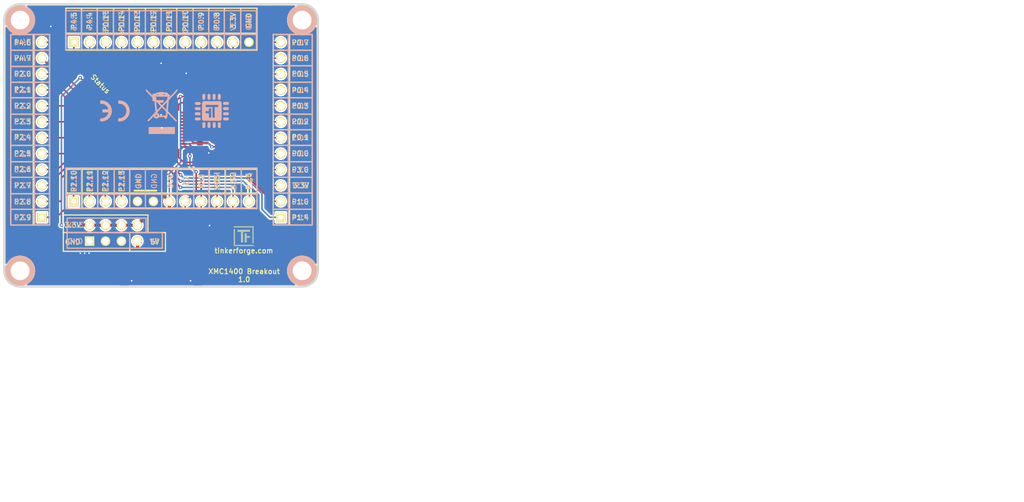
<source format=kicad_pcb>
(kicad_pcb (version 20221018) (generator pcbnew)
  (title_block (title "XMC1400 Breakout Board") (date "2017-02-07") (rev "1.0") (company "Tinkerforge GmbH") (comment 1 "Licensed under CERN OHL v.1.1") (comment 2 "Copyright (©) 2017, B.Nordmeyer <bastian@tinkerforge.com>"))
  (layers (0 "F.Cu" signal "Vorderseite") (31 "B.Cu" signal "Rückseite") (34 "B.Paste" user) (35 "F.Paste" user) (36 "B.SilkS" user "B.Silkscreen") (37 "F.SilkS" user "F.Silkscreen") (38 "B.Mask" user) (39 "F.Mask" user) (44 "Edge.Cuts" user))
  (net 0 "")
  (net 1 "GND")
  (net 2 "VCC")
  (net 3 "Net-(C1-Pad2)")
  (net 4 "Net-(D3-Pad2)")
  (net 5 "S-MISO")
  (net 6 "S-MOSI")
  (net 7 "S-CLK")
  (net 8 "S-CS")
  (net 9 "Net-(C9-Pad1)")
  (net 10 "Pin13")
  (net 11 "Pin14")
  (net 12 "Pin15")
  (net 13 "Pin16")
  (net 14 "Pin21")
  (net 15 "Pin22")
  (net 16 "Pin1")
  (net 17 "Pin12")
  (net 18 "Pin11")
  (net 19 "Pin10")
  (net 20 "Pin9")
  (net 21 "Pin8")
  (net 22 "Pin7")
  (net 23 "Pin6")
  (net 24 "Pin5")
  (net 25 "Pin4")
  (net 26 "Pin3")
  (net 27 "Pin2")
  (net 28 "Pin48")
  (net 29 "Pin39")
  (net 30 "Pin40")
  (net 31 "Pin43")
  (net 32 "Pin44")
  (net 33 "Pin45")
  (net 34 "Pin46")
  (net 35 "Pin47")
  (net 36 "Pin41")
  (net 37 "Pin42")
  (net 38 "Pin29")
  (net 39 "Pin30")
  (net 40 "Pin31")
  (net 41 "Pin32")
  (net 42 "Pin33")
  (net 43 "Pin34")
  (net 44 "Pin35")
  (net 45 "Pin36")
  (net 46 "Pin26")
  (net 47 "Pin28")
  (net 48 "+5V")
  (net 49 "Net-(C7-Pad1)")
  (net 50 "Net-(P1-Pad4)")
  (net 51 "Net-(P1-Pad5)")
  (net 52 "Net-(P1-Pad6)")
  (footprint "kicad-libraries:SolderJumper" (layer "F.Cu") (at 128.932843 85.379289)
    (fp_text reference "P2")
    (fp_text value "BOOT")
  )
  (footprint "kicad-libraries:QFN48-EP2" (layer "F.Cu") (at 145.3 103.1 -90)
    (fp_text reference "U1")
    (fp_text value "XMC1404")
  )
  (footprint "kicad-libraries:CRYSTAL_3225" (layer "F.Cu") (at 147.305 93.3)
    (fp_text reference "X1")
    (fp_text value "16MHz")
  )
  (footprint "kicad-libraries:Logo_31x31" (layer "F.Cu") (at 156.9 118.5)
    (fp_text reference "G***" hide)
    (fp_text value "Logo_31x31" hide)
  )
  (footprint "kicad-libraries:Fiducial_Mark" (layer "F.Cu") (at 128 120)
    (fp_text reference "Fiducial_Mark" hide)
    (fp_text value "VAL**" hide)
  )
  (footprint "kicad-libraries:Fiducial_Mark" (layer "F.Cu") (at 163 86)
    (fp_text reference "Fiducial_Mark" hide)
    (fp_text value "VAL**" hide)
  )
  (footprint "kicad-libraries:Fiducial_Mark" (layer "F.Cu") (at 131 93)
    (fp_text reference "Fiducial_Mark" hide)
    (fp_text value "VAL**" hide)
  )
  (footprint "kicad-libraries:pin_array_12" (layer "F.Cu") (at 145.35 89.13)
    (fp_text reference "P3")
    (fp_text value "CONN_01X12")
  )
  (footprint "kicad-libraries:pin_array_12" (layer "F.Cu") (at 126.3 103.1 90)
    (fp_text reference "P4")
    (fp_text value "CONN_01X12")
  )
  (footprint "kicad-libraries:pin_array_12" (layer "F.Cu") (at 145.35 114.53)
    (fp_text reference "P5")
    (fp_text value "CONN_01X12")
  )
  (footprint "kicad-libraries:pin_array_12" (layer "F.Cu") (at 164.4 103.1 90)
    (fp_text reference "P6")
    (fp_text value "CONN_01X12")
  )
  (footprint "C0603F" (layer "F.Cu") (at 137.5 124.6 -90)
    (fp_text reference "C1")
    (fp_text value "1uF")
  )
  (footprint "C0603F" (layer "F.Cu") (at 133.1 124.6 -90)
    (fp_text reference "C2")
    (fp_text value "1uF")
  )
  (footprint "C0603F" (layer "F.Cu") (at 150.4 97.8)
    (fp_text reference "C3")
    (fp_text value "100nF")
  )
  (footprint "C0603F" (layer "F.Cu") (at 144.6 111.85 180)
    (fp_text reference "C4")
    (fp_text value "100nF")
  )
  (footprint "C0603F" (layer "F.Cu") (at 151.5 105.9 -90)
    (fp_text reference "C5")
    (fp_text value "100nF")
  )
  (footprint "C0603F" (layer "F.Cu") (at 144.6 110.55 180)
    (fp_text reference "C6")
    (fp_text value "220nF")
  )
  (footprint "C0603F" (layer "F.Cu") (at 150.005 93.3 -90)
    (fp_text reference "C8")
    (fp_text value "10pF")
  )
  (footprint "C0603F" (layer "F.Cu") (at 144.605 93.3 90)
    (fp_text reference "C9")
    (fp_text value "10pF")
  )
  (footprint "D0603E" (layer "F.Cu") (at 134.555 96.75 -45)
    (fp_text reference "D3")
    (fp_text value "blue")
  )
  (footprint "C0603F" (layer "F.Cu") (at 135.3 125.4)
    (fp_text reference "FB1")
    (fp_text value "FILTER")
  )
  (footprint "CON-SENSOR2" (layer "F.Cu") (at 145.3 128.1)
    (fp_text reference "P1")
    (fp_text value "CON-SENSOR2")
  )
  (footprint "R0603F" (layer "F.Cu") (at 138.365 98.655 180)
    (fp_text reference "R1")
    (fp_text value "1k")
  )
  (footprint "R0402E" (layer "F.Cu") (at 145.35 95.48)
    (fp_text reference "R9")
    (fp_text value "DNP")
  )
  (footprint "DRILL_NP" (layer "F.Cu") (at 122.8 85.6 -90)
    (fp_text reference "U2" hide)
    (fp_text value "DRILL" hide)
  )
  (footprint "DRILL_NP" (layer "F.Cu") (at 122.8 125.6 90)
    (fp_text reference "U3" hide)
    (fp_text value "DRILL" hide)
  )
  (footprint "DRILL_NP" (layer "F.Cu") (at 167.8 125.6 90)
    (fp_text reference "U4" hide)
    (fp_text value "DRILL" hide)
  )
  (footprint "DRILL_NP" (layer "F.Cu") (at 167.8 85.6)
    (fp_text reference "U5" hide)
    (fp_text value "DRILL" hide)
  )
  (footprint "kicad-libraries:pin_array_4x2" (layer "F.Cu") (at 137.7 119.6)
    (fp_text reference "P7")
    (fp_text value "CONN_02X04" hide)
  )
  (footprint "kicad-libraries:C0402F" (layer "F.Cu") (at 152.9 119.3 90)
    (fp_text reference "C7")
    (fp_text value "220pF")
  )
  (footprint "kicad-libraries:4X0402" (layer "F.Cu") (at 151.2 119.3)
    (fp_text reference "RP1")
    (fp_text value "82")
  )
  (footprint "kicad-libraries:CE_5mm" (layer "B.Cu") (at 137.9 100.1 180)
    (fp_text reference "VAL" hide)
    (fp_text value "CE_5mm" hide)
  )
  (footprint "kicad-libraries:Logo_CoMCU" (layer "B.Cu") (at 153.4 100.1 180)
    (fp_text reference "G***" hide)
    (fp_text value "LOGO" hide)
  )
  (footprint "kicad-libraries:WEEE_7mm" (layer "B.Cu") (at 145.4 100.2 180)
    (fp_text reference "VAL" hide)
    (fp_text value "WEEE_7mm" hide)
  )
  (gr_line (start 152.9 90.3) (end 152.9 84.1) (stroke (width 0.2)) (layer "B.SilkS"))
  (gr_line (start 160.5 90.3) (end 160.5 84.1) (stroke (width 0.2)) (layer "B.SilkS"))
  (gr_line (start 155.4 84.1) (end 155.4 90.3) (stroke (width 0.2)) (layer "B.SilkS"))
  (gr_line (start 160.5 84.1) (end 130.1 84.1) (stroke (width 0.2)) (layer "B.SilkS"))
  (gr_line (start 145.3 90.3) (end 145.3 84.1) (stroke (width 0.2)) (layer "B.SilkS"))
  (gr_line (start 140.2 90.3) (end 140.2 84.1) (stroke (width 0.2)) (layer "B.SilkS"))
  (gr_line (start 150.4 84.2) (end 150.4 90.3) (stroke (width 0.2)) (layer "B.SilkS"))
  (gr_line (start 130.1 84.1) (end 130.1 90.3) (stroke (width 0.2)) (layer "B.SilkS"))
  (gr_line (start 130.1 90.3) (end 160.5 90.3) (stroke (width 0.2)) (layer "B.SilkS"))
  (gr_line (start 132.6 90.3) (end 132.6 84.1) (stroke (width 0.2)) (layer "B.SilkS"))
  (gr_line (start 147.8 90.3) (end 147.8 84.1) (stroke (width 0.2)) (layer "B.SilkS"))
  (gr_line (start 158 90.3) (end 158 84.1) (stroke (width 0.2)) (layer "B.SilkS"))
  (gr_line (start 142.8 90.3) (end 142.8 84.1) (stroke (width 0.2)) (layer "B.SilkS"))
  (gr_line (start 137.7 90.3) (end 137.7 84.1) (stroke (width 0.2)) (layer "B.SilkS"))
  (gr_line (start 135.1 90.3) (end 135.1 84.1) (stroke (width 0.2)) (layer "B.SilkS"))
  (gr_line (start 160.5 87.9) (end 130.1 87.9) (stroke (width 0.2)) (layer "B.SilkS"))
  (gr_line (start 169.4 118.3) (end 169.4 87.9) (stroke (width 0.2)) (layer "B.SilkS"))
  (gr_line (start 163.2 110.7) (end 169.4 110.7) (stroke (width 0.2)) (layer "B.SilkS"))
  (gr_line (start 127.5 105.6) (end 121.3 105.6) (stroke (width 0.2)) (layer "B.SilkS"))
  (gr_line (start 135.2 115.7) (end 135.2 109.2) (stroke (width 0.2)) (layer "B.SilkS"))
  (gr_line (start 142.8 113.4) (end 142.8 115.7) (stroke (width 0.2)) (layer "B.SilkS"))
  (gr_line (start 160.6 113.4) (end 160.6 115.7) (stroke (width 0.2)) (layer "B.SilkS"))
  (gr_line (start 130.3 122) (end 130.3 119.5) (stroke (width 0.2)) (layer "B.SilkS"))
  (gr_line (start 169.4 113.2) (end 163.2 113.2) (stroke (width 0.2)) (layer "B.SilkS"))
  (gr_line (start 163.2 115.8) (end 169.4 115.8) (stroke (width 0.2)) (layer "B.SilkS"))
  (gr_line (start 163.2 103.1) (end 169.4 103.1) (stroke (width 0.2)) (layer "B.SilkS"))
  (gr_line (start 137.8 113.4) (end 137.8 115.7) (stroke (width 0.2)) (layer "B.SilkS"))
  (gr_line (start 158.1 113.4) (end 158.1 115.7) (stroke (width 0.2)) (layer "B.SilkS"))
  (gr_line (start 150.5 113.4) (end 150.5 109.3) (stroke (width 0.2)) (layer "B.SilkS"))
  (gr_line (start 130.3 119.5) (end 130.3 117.2) (stroke (width 0.2)) (layer "B.SilkS"))
  (gr_line (start 169.3 108.2) (end 163.2 108.2) (stroke (width 0.2)) (layer "B.SilkS"))
  (gr_line (start 130.3 122) (end 140.5 122) (stroke (width 0.2)) (layer "B.SilkS"))
  (gr_line (start 163.2 100.6) (end 169.4 100.6) (stroke (width 0.2)) (layer "B.SilkS"))
  (gr_line (start 127.5 115.8) (end 121.3 115.8) (stroke (width 0.2)) (layer "B.SilkS"))
  (gr_line (start 165.6 118.3) (end 165.6 87.9) (stroke (width 0.2)) (layer "B.SilkS"))
  (gr_line (start 127.5 100.6) (end 121.3 100.6) (stroke (width 0.2)) (layer "B.SilkS"))
  (gr_line (start 152.9 113.4) (end 152.9 109.3) (stroke (width 0.2)) (layer "B.SilkS"))
  (gr_line (start 152.9 113.4) (end 152.9 115.7) (stroke (width 0.2)) (layer "B.SilkS"))
  (gr_line (start 132.6 115.7) (end 132.6 109.2) (stroke (width 0.2)) (layer "B.SilkS"))
  (gr_line (start 121.4 98) (end 127.5 98) (stroke (width 0.2)) (layer "B.SilkS"))
  (gr_line (start 130.3 117.2) (end 142.9 117.2) (stroke (width 0.2)) (layer "B.SilkS"))
  (gr_line (start 145.5 119.5) (end 145.5 122) (stroke (width 0.2)) (layer "B.SilkS"))
  (gr_line (start 163.2 118.3) (end 169.4 118.3) (stroke (width 0.2)) (layer "B.SilkS"))
  (gr_line (start 140.3 113.4) (end 140.3 109.2) (stroke (width 0.2)) (layer "B.SilkS"))
  (gr_line (start 130.1 109.2) (end 132.6 109.2) (stroke (width 0.2)) (layer "B.SilkS"))
  (gr_line (start 140.3 113.4) (end 140.3 115.7) (stroke (width 0.2)) (layer "B.SilkS"))
  (gr_line (start 163.2 105.6) (end 169.4 105.6) (stroke (width 0.2)) (layer "B.SilkS"))
  (gr_line (start 147.9 113.4) (end 147.9 109.2) (stroke (width 0.2)) (layer "B.SilkS"))
  (gr_line (start 127.5 110.7) (end 121.3 110.7) (stroke (width 0.2)) (layer "B.SilkS"))
  (gr_line (start 160.6 109.2) (end 160.6 113.4) (stroke (width 0.2)) (layer "B.SilkS"))
  (gr_line (start 127.5 95.5) (end 121.3 95.5) (stroke (width 0.2)) (layer "B.SilkS"))
  (gr_line (start 163.2 98) (end 169.4 98) (stroke (width 0.2)) (layer "B.SilkS"))
  (gr_line (start 127.5 90.4) (end 121.3 90.4) (stroke (width 0.2)) (layer "B.SilkS"))
  (gr_line (start 125.1 87.9) (end 125.1 118.3) (stroke (width 0.2)) (layer "B.SilkS"))
  (gr_line (start 130.1 113.4) (end 130.1 115.6) (stroke (width 0.2)) (layer "B.SilkS"))
  (gr_line (start 155.6 113.4) (end 155.6 115.7) (stroke (width 0.2)) (layer "B.SilkS"))
  (gr_line (start 145.4 113.4) (end 145.4 109.2) (stroke (width 0.2)) (layer "B.SilkS"))
  (gr_line (start 163.2 92.9) (end 169.4 92.9) (stroke (width 0.2)) (layer "B.SilkS"))
  (gr_line (start 132.6 109.2) (end 160.6 109.2) (stroke (width 0.2)) (layer "B.SilkS"))
  (gr_line (start 130.3 119.5) (end 145.5 119.5) (stroke (width 0.2)) (layer "B.SilkS"))
  (gr_line (start 127.5 108.2) (end 121.3 108.2) (stroke (width 0.2)) (layer "B.SilkS"))
  (gr_line (start 147.9 113.4) (end 147.9 115.7) (stroke (width 0.2)) (layer "B.SilkS"))
  (gr_line (start 127.5 87.9) (end 121.3 87.9) (stroke (width 0.2)) (layer "B.SilkS"))
  (gr_line (start 130.1 115.7) (end 160.6 115.7) (stroke (width 0.2)) (layer "B.SilkS"))
  (gr_line (start 163.2 90.4) (end 169.4 90.4) (stroke (width 0.2)) (layer "B.SilkS"))
  (gr_line (start 127.5 118.3) (end 127.5 87.9) (stroke (width 0.2)) (layer "B.SilkS"))
  (gr_line (start 140.5 122) (end 142.6 122) (stroke (width 0.2)) (layer "B.SilkS"))
  (gr_line (start 150.5 113.4) (end 150.5 115.7) (stroke (width 0.2)) (layer "B.SilkS"))
  (gr_line (start 121.3 87.9) (end 121.3 118.3) (stroke (width 0.2)) (layer "B.SilkS"))
  (gr_line (start 145.4 113.4) (end 145.4 115.7) (stroke (width 0.2)) (layer "B.SilkS"))
  (gr_line (start 155.6 113.4) (end 155.6 109.2) (stroke (width 0.2)) (layer "B.SilkS"))
  (gr_line (start 142.8 113.4) (end 142.8 109.2) (stroke (width 0.2)) (layer "B.SilkS"))
  (gr_line (start 142.9 117.2) (end 142.9 119.5) (stroke (width 0.2)) (layer "B.SilkS"))
  (gr_line (start 140.3 119.5) (end 140.3 122) (stroke (width 0.2)) (layer "B.SilkS"))
  (gr_line (start 137.8 113.4) (end 137.8 109.2) (stroke (width 0.2)) (layer "B.SilkS"))
  (gr_line (start 121.3 93) (end 127.5 93) (stroke (width 0.2)) (layer "B.SilkS"))
  (gr_line (start 158.1 113.4) (end 158.1 109.3) (stroke (width 0.2)) (layer "B.SilkS"))
  (gr_line (start 163.2 95.5) (end 169.4 95.5) (stroke (width 0.2)) (layer "B.SilkS"))
  (gr_line (start 130.1 113.4) (end 130.1 109.2) (stroke (width 0.2)) (layer "B.SilkS"))
  (gr_line (start 169.4 87.9) (end 163.2 87.9) (stroke (width 0.2)) (layer "B.SilkS"))
  (gr_line (start 145.5 122) (end 142.6 122) (stroke (width 0.2)) (layer "B.SilkS"))
  (gr_line (start 127.5 103.1) (end 121.3 103.1) (stroke (width 0.2)) (layer "B.SilkS"))
  (gr_line (start 163.2 87.9) (end 163.2 118.3) (stroke (width 0.2)) (layer "B.SilkS"))
  (gr_line (start 160.6 113.4) (end 130.1 113.4) (stroke (width 0.2)) (layer "B.SilkS"))
  (gr_line (start 121.3 118.3) (end 127.5 118.3) (stroke (width 0.2)) (layer "B.SilkS"))
  (gr_line (start 127.5 113.3) (end 121.3 113.3) (stroke (width 0.2)) (layer "B.SilkS"))
  (gr_line (start 127.5 103.1) (end 121.3 103.1) (stroke (width 0.2)) (layer "F.SilkS"))
  (gr_line (start 127.5 108.2) (end 121.3 108.2) (stroke (width 0.2)) (layer "F.SilkS"))
  (gr_line (start 127.5 110.7) (end 121.3 110.7) (stroke (width 0.2)) (layer "F.SilkS"))
  (gr_line (start 127.5 113.3) (end 121.3 113.3) (stroke (width 0.2)) (layer "F.SilkS"))
  (gr_line (start 121.3 93) (end 127.5 93) (stroke (width 0.2)) (layer "F.SilkS"))
  (gr_line (start 127.5 90.4) (end 121.3 90.4) (stroke (width 0.2)) (layer "F.SilkS"))
  (gr_line (start 160.6 83.7) (end 130.2 83.7) (stroke (width 0.2)) (layer "F.SilkS"))
  (gr_line (start 127.5 95.5) (end 121.3 95.5) (stroke (width 0.2)) (layer "F.SilkS"))
  (gr_line (start 121.3 118.3) (end 127.5 118.3) (stroke (width 0.2)) (layer "F.SilkS"))
  (gr_line (start 160.6 113.2) (end 130.2 113.2) (stroke (width 0.2)) (layer "F.SilkS"))
  (gr_line (start 127.5 115.8) (end 121.3 115.8) (stroke (width 0.2)) (layer "F.SilkS"))
  (gr_line (start 127.5 87.9) (end 121.3 87.9) (stroke (width 0.2)) (layer "F.SilkS"))
  (gr_line (start 127.5 105.6) (end 121.3 105.6) (stroke (width 0.2)) (layer "F.SilkS"))
  (gr_line (start 130.2 90.4) (end 160.6 90.4) (stroke (width 0.2)) (layer "F.SilkS"))
  (gr_line (start 127.5 100.6) (end 121.3 100.6) (stroke (width 0.2)) (layer "F.SilkS"))
  (gr_line (start 121.4 98) (end 127.5 98) (stroke (width 0.2)) (layer "F.SilkS"))
  (gr_line (start 160.6 90.4) (end 160.6 83.7) (stroke (width 0.2)) (layer "F.SilkS"))
  (gr_line (start 137.7 83.7) (end 137.7 90.4) (stroke (width 0.2)) (layer "F.SilkS"))
  (gr_line (start 155.4 83.7) (end 155.4 90.4) (stroke (width 0.2)) (layer "F.SilkS"))
  (gr_line (start 160.6 115.6) (end 160.6 109.4) (stroke (width 0.2)) (layer "F.SilkS"))
  (gr_line (start 147.9 115.6) (end 147.9 109.4) (stroke (width 0.2)) (layer "F.SilkS"))
  (gr_line (start 160.6 109.4) (end 130.2 109.4) (stroke (width 0.2)) (layer "F.SilkS"))
  (gr_line (start 150.4 83.7) (end 150.4 90.4) (stroke (width 0.2)) (layer "F.SilkS"))
  (gr_line (start 145.4 109.7) (end 145.4 109.5) (stroke (width 0.2)) (layer "F.SilkS"))
  (gr_line (start 129.7 119.5) (end 129.7 122.5) (stroke (width 0.2)) (layer "F.SilkS"))
  (gr_line (start 142.8 90.4) (end 142.8 83.7) (stroke (width 0.2)) (layer "F.SilkS"))
  (gr_line (start 132.6 83.7) (end 132.6 90.4) (stroke (width 0.2)) (layer "F.SilkS"))
  (gr_line (start 153 115.6) (end 153 109.4) (stroke (width 0.2)) (layer "F.SilkS"))
  (gr_line (start 169.4 113.2) (end 163.2 113.2) (stroke (width 0.2)) (layer "F.SilkS"))
  (gr_line (start 158.1 115.6) (end 158.1 109.4) (stroke (width 0.2)) (layer "F.SilkS"))
  (gr_line (start 155.5 109.4) (end 155.5 115.6) (stroke (width 0.2)) (layer "F.SilkS"))
  (gr_line (start 140.2 90.4) (end 140.2 83.7) (stroke (width 0.2)) (layer "F.SilkS"))
  (gr_line (start 163.2 95.5) (end 169.4 95.5) (stroke (width 0.2)) (layer "F.SilkS"))
  (gr_line (start 146 122.5) (end 146 119.5) (stroke (width 0.2)) (layer "F.SilkS"))
  (gr_line (start 135.2 115.6) (end 135.2 109.4) (stroke (width 0.2)) (layer "F.SilkS"))
  (gr_line (start 163.2 100.6) (end 169.4 100.6) (stroke (width 0.2)) (layer "F.SilkS"))
  (gr_line (start 169.4 87.9) (end 163.2 87.9) (stroke (width 0.2)) (layer "F.SilkS"))
  (gr_line (start 130.2 115.6) (end 160.6 115.6) (stroke (width 0.2)) (layer "F.SilkS"))
  (gr_line (start 165.8 87.9) (end 165.8 118.3) (stroke (width 0.2)) (layer "F.SilkS"))
  (gr_line (start 152.9 90.4) (end 152.9 83.7) (stroke (width 0.2)) (layer "F.SilkS"))
  (gr_line (start 145.4 115.6) (end 145.4 112.6) (stroke (width 0.2)) (layer "F.SilkS"))
  (gr_line (start 163.2 103.1) (end 169.4 103.1) (stroke (width 0.2)) (layer "F.SilkS"))
  (gr_line (start 129.7 119.5) (end 129.7 116.7) (stroke (width 0.2)) (layer "F.SilkS"))
  (gr_line (start 163.2 118.3) (end 169.4 118.3) (stroke (width 0.2)) (layer "F.SilkS"))
  (gr_line (start 163.2 110.7) (end 169.4 110.7) (stroke (width 0.2)) (layer "F.SilkS"))
  (gr_line (start 163.2 98) (end 169.4 98) (stroke (width 0.2)) (layer "F.SilkS"))
  (gr_line (start 130.1 87.7) (end 160.6 87.7) (stroke (width 0.2)) (layer "F.SilkS"))
  (gr_line (start 130.1 83.7) (end 130.1 90.4) (stroke (width 0.2)) (layer "F.SilkS"))
  (gr_line (start 129.7 116.7) (end 143.2 116.7) (stroke (width 0.2)) (layer "F.SilkS"))
  (gr_line (start 145.3 90.4) (end 145.3 83.7) (stroke (width 0.2)) (layer "F.SilkS"))
  (gr_line (start 140.3 122.5) (end 140.3 119.5) (stroke (width 0.2)) (layer "F.SilkS"))
  (gr_line (start 127.5 118.3) (end 127.5 87.9) (stroke (width 0.2)) (layer "F.SilkS"))
  (gr_line (start 143.2 116.7) (end 143.2 119.5) (stroke (width 0.2)) (layer "F.SilkS"))
  (gr_line (start 163.2 115.8) (end 169.4 115.8) (stroke (width 0.2)) (layer "F.SilkS"))
  (gr_line (start 163.2 92.9) (end 169.4 92.9) (stroke (width 0.2)) (layer "F.SilkS"))
  (gr_line (start 169.4 118.3) (end 169.4 87.9) (stroke (width 0.2)) (layer "F.SilkS"))
  (gr_line (start 146 119.5) (end 143.2 119.5) (stroke (width 0.2)) (layer "F.SilkS"))
  (gr_line (start 124.9 118.3) (end 124.9 87.9) (stroke (width 0.2)) (layer "F.SilkS"))
  (gr_line (start 121.3 87.9) (end 121.3 118.3) (stroke (width 0.2)) (layer "F.SilkS"))
  (gr_line (start 143.2 119.5) (end 129.7 119.5) (stroke (width 0.2)) (layer "F.SilkS"))
  (gr_line (start 132.7 115.6) (end 132.7 109.4) (stroke (width 0.2)) (layer "F.SilkS"))
  (gr_line (start 163.2 87.9) (end 163.2 118.3) (stroke (width 0.2)) (layer "F.SilkS"))
  (gr_line (start 169.3 108.2) (end 163.2 108.2) (stroke (width 0.2)) (layer "F.SilkS"))
  (gr_line (start 163.2 90.4) (end 169.4 90.4) (stroke (width 0.2)) (layer "F.SilkS"))
  (gr_line (start 147.8 90.4) (end 147.8 83.7) (stroke (width 0.2)) (layer "F.SilkS"))
  (gr_line (start 130.2 109.4) (end 130.2 115.6) (stroke (width 0.2)) (layer "F.SilkS"))
  (gr_line (start 137.8 115.6) (end 137.8 109.4) (stroke (width 0.2)) (layer "F.SilkS"))
  (gr_line (start 163.2 105.6) (end 169.4 105.6) (stroke (width 0.2)) (layer "F.SilkS"))
  (gr_line (start 145.4 109.5) (end 145.4 109.4) (stroke (width 0.2)) (layer "F.SilkS"))
  (gr_line (start 145.4 90.4) (end 147.8 90.4) (stroke (width 0.2)) (layer "F.SilkS"))
  (gr_line (start 140.3 115.6) (end 140.3 109.4) (stroke (width 0.2)) (layer "F.SilkS"))
  (gr_line (start 150.5 109.5) (end 150.5 115.6) (stroke (width 0.2)) (layer "F.SilkS"))
  (gr_line (start 129.7 122.5) (end 146 122.5) (stroke (width 0.2)) (layer "F.SilkS"))
  (gr_line (start 158 90.4) (end 158 83.7) (stroke (width 0.2)) (layer "F.SilkS"))
  (gr_line (start 135.1 90.4) (end 135.1 83.7) (stroke (width 0.2)) (layer "F.SilkS"))
  (gr_line (start 167.8 128.1) (end 122.8 128.1) (stroke (width 0.381)) (layer "Edge.Cuts"))
  (gr_line (start 170.3 85.6) (end 170.3 125.6) (stroke (width 0.381)) (layer "Edge.Cuts"))
  (gr_line (start 120.3 125.6) (end 120.3 85.6) (stroke (width 0.381)) (layer "Edge.Cuts"))
  (gr_arc (start 167.8 83.1) (mid 169.567767 83.832233) (end 170.3 85.6) (stroke (width 0.381)) (layer "Edge.Cuts"))
  (gr_line (start 122.8 83.1) (end 167.8 83.1) (stroke (width 0.381)) (layer "Edge.Cuts"))
  (gr_arc (start 170.3 125.6) (mid 169.567767 127.367767) (end 167.8 128.1) (stroke (width 0.381)) (layer "Edge.Cuts"))
  (gr_arc (start 122.8 128.1) (mid 121.032233 127.367767) (end 120.3 125.6) (stroke (width 0.381)) (layer "Edge.Cuts"))
  (gr_arc (start 120.3 85.6) (mid 121.032233 83.832233) (end 122.8 83.1) (stroke (width 0.381)) (layer "Edge.Cuts"))
  (gr_text "P3.0" (at 167.5 109.5) (layer "B.SilkS") (effects (font (size 0.8 0.8)) (justify mirror)))
  (gr_text "P2.12" (at 136.5 111.3 90) (layer "B.SilkS") (effects (font (size 0.8 0.8)) (justify mirror)))
  (gr_text "P0.5" (at 167.5 94.2) (layer "B.SilkS") (effects (font (size 0.8 0.8)) (justify mirror)))
  (gr_text "GND" (at 144.2 111.3 90) (layer "B.SilkS") (effects (font (size 0.8 0.8)) (justify mirror)))
  (gr_text "CLK" (at 151.8 111.3 90) (layer "B.SilkS") (effects (font (size 0.8 0.8)) (justify mirror)))
  (gr_text "P1.0" (at 167.5 114.6) (layer "B.SilkS") (effects (font (size 0.8 0.8)) (justify mirror)))
  (gr_text "GND" (at 131.6 120.9) (layer "B.SilkS") (effects (font (size 0.8 0.8)) (justify mirror)))
  (gr_text "P2.13" (at 139.1 111.3 90) (layer "B.SilkS") (effects (font (size 0.8 0.8)) (justify mirror)))
  (gr_text "P0.8" (at 154.2 86 90) (layer "B.SilkS") (effects (font (size 0.8 0.8)) (justify mirror)))
  (gr_text "P2.6" (at 123.2 109.5) (layer "B.SilkS") (effects (font (size 0.8 0.8)) (justify mirror)))
  (gr_text "P0.4" (at 167.5 96.8) (layer "B.SilkS") (effects (font (size 0.8 0.8)) (justify mirror)))
  (gr_text "P0.15" (at 136.5 86 90) (layer "B.SilkS") (effects (font (size 0.8 0.8)) (justify mirror)))
  (gr_text "P1.4" (at 167.5 117.1) (layer "B.SilkS") (effects (font (size 0.8 0.8)) (justify mirror)))
  (gr_text "P4.6" (at 123.2 89.1) (layer "B.SilkS") (effects (font (size 0.8 0.8)) (justify mirror)))
  (gr_text "P2.4" (at 123.2 104.4) (layer "B.SilkS") (effects (font (size 0.8 0.8)) (justify mirror)))
  (gr_text "P0.10" (at 149.2 86 90) (layer "B.SilkS") (effects (font (size 0.8 0.8)) (justify mirror)))
  (gr_text "P0.1" (at 167.5 104.4) (layer "B.SilkS") (effects (font (size 0.8 0.8)) (justify mirror)))
  (gr_text "P2.11" (at 134 111.3 90) (layer "B.SilkS") (effects (font (size 0.8 0.8)) (justify mirror)))
  (gr_text "P2.0" (at 123.2 94.2) (layer "B.SilkS") (effects (font (size 0.8 0.8)) (justify mirror)))
  (gr_text "P0.9" (at 151.7 86 90) (layer "B.SilkS") (effects (font (size 0.8 0.8)) (justify mirror)))
  (gr_text "P0.12" (at 144.1 86 90) (layer "B.SilkS") (effects (font (size 0.8 0.8)) (justify mirror)))
  (gr_text "P0.0" (at 167.5 106.9) (layer "B.SilkS") (effects (font (size 0.8 0.8)) (justify mirror)))
  (gr_text "3.3V" (at 131.6 118.3) (layer "B.SilkS") (effects (font (size 0.8 0.8)) (justify mirror)))
  (gr_text "P2.5" (at 123.2 107) (layer "B.SilkS") (effects (font (size 0.8 0.8)) (justify mirror)))
  (gr_text "P4.4" (at 133.9 86 90) (layer "B.SilkS") (effects (font (size 0.8 0.8)) (justify mirror)))
  (gr_text "3.3V" (at 167.5 112) (layer "B.SilkS") (effects (font (size 0.8 0.8)) (justify mirror)))
  (gr_text "P2.9" (at 123.2 117.1) (layer "B.SilkS") (effects (font (size 0.8 0.8)) (justify mirror)))
  (gr_text "P0.14" (at 139 86 90) (layer "B.SilkS") (effects (font (size 0.8 0.8)) (justify mirror)))
  (gr_text "MOSI" (at 154.3 111.3 90) (layer "B.SilkS") (effects (font (size 0.8 0.8)) (justify mirror)))
  (gr_text "P0.6" (at 167.5 91.7) (layer "B.SilkS") (effects (font (size 0.8 0.8)) (justify mirror)))
  (gr_text "P2.10" (at 131.4 111.3 90) (layer "B.SilkS") (effects (font (size 0.8 0.8)) (justify mirror)))
  (gr_text "P0.7" (at 167.5 89.2) (layer "B.SilkS") (effects (font (size 0.8 0.8)) (justify mirror)))
  (gr_text "GND" (at 159.3 86 90) (layer "B.SilkS") (effects (font (size 0.8 0.8)) (justify mirror)))
  (gr_text "P4.7" (at 123.2 91.7) (layer "B.SilkS") (effects (font (size 0.8 0.8)) (justify mirror)))
  (gr_text "P2.3" (at 123.2 101.8) (layer "B.SilkS") (effects (font (size 0.8 0.8)) (justify mirror)))
  (gr_text "5V" (at 144.2 120.9) (layer "B.SilkS") (effects (font (size 0.8 0.8)) (justify mirror)))
  (gr_text "P1.5" (at 159.5 111.3 90) (layer "B.SilkS") (effects (font (size 0.8 0.8)) (justify mirror)))
  (gr_text "P2.2" (at 123.2 99.3) (layer "B.SilkS") (effects (font (size 0.8 0.8)) (justify mirror)))
  (gr_text "P0.11" (at 146.6 86 90) (layer "B.SilkS") (effects (font (size 0.8 0.8)) (justify mirror)))
  (gr_text "P2.1" (at 123.2 96.8) (layer "B.SilkS") (effects (font (size 0.8 0.8)) (justify mirror)))
  (gr_text "P2.8" (at 123.2 114.6) (layer "B.SilkS") (effects (font (size 0.8 0.8)) (justify mirror)))
  (gr_text "P0.3" (at 167.5 99.3) (layer "B.SilkS") (effects (font (size 0.8 0.8)) (justify mirror)))
  (gr_text "P2.7" (at 123.2 112) (layer "B.SilkS") (effects (font (size 0.8 0.8)) (justify mirror)))
  (gr_text "P0.13" (at 141.5 86 90) (layer "B.SilkS") (effects (font (size 0.8 0.8)) (justify mirror)))
  (gr_text "MISO" (at 156.9 111.3 90) (layer "B.SilkS") (effects (font (size 0.8 0.8)) (justify mirror)))
  (gr_text "3.3V" (at 156.8 86 90) (layer "B.SilkS") (effects (font (size 0.8 0.8)) (justify mirror)))
  (gr_text "VCC" (at 146.8 111.3 90) (layer "B.SilkS") (effects (font (size 0.8 0.8)) (justify mirror)))
  (gr_text "GND" (at 141.7 111.3 90) (layer "B.SilkS") (effects (font (size 0.8 0.8)) (justify mirror)))
  (gr_text "CS" (at 149.3 111.3 90) (layer "B.SilkS") (effects (font (size 0.8 0.8)) (justify mirror)))
  (gr_text "P4.5" (at 131.4 86 90) (layer "B.SilkS") (effects (font (size 0.8 0.8)) (justify mirror)))
  (gr_text "P0.2" (at 167.5 101.8) (layer "B.SilkS") (effects (font (size 0.8 0.8)) (justify mirror)))
  (gr_text "Status" (at 134.2 94.4 315) (layer "F.SilkS") (effects (font (size 0.8 0.8)) (justify left)))
  (gr_text "P4.4" (at 133.9 85.7 90) (layer "F.SilkS") (effects (font (size 0.8 0.8))))
  (gr_text "P0.10" (at 149.2 85.7 90) (layer "F.SilkS") (effects (font (size 0.8 0.8))))
  (gr_text "GND\n" (at 141.7 111.3 90) (layer "F.SilkS") (effects (font (size 0.8 0.8))))
  (gr_text "XMC1400 Breakout\n1.0\n" (at 158.55 126.35) (layer "F.SilkS") (effects (font (size 0.8 0.8))))
  (gr_text "P0.0" (at 167.5 106.9) (layer "F.SilkS") (effects (font (size 0.8 0.8))))
  (gr_text "P0.4" (at 167.5 96.8) (layer "F.SilkS") (effects (font (size 0.8 0.8))))
  (gr_text "P1.4" (at 167.5 117.1) (layer "F.SilkS") (effects (font (size 0.8 0.8))))
  (gr_text "P0.1" (at 167.5 104.3) (layer "F.SilkS") (effects (font (size 0.8 0.8))))
  (gr_text "P0.11" (at 146.6 85.7 90) (layer "F.SilkS") (effects (font (size 0.8 0.8))))
  (gr_text "P2.2" (at 123.2 99.3) (layer "F.SilkS") (effects (font (size 0.8 0.8))))
  (gr_text "P0.13" (at 141.5 85.7 90) (layer "F.SilkS") (effects (font (size 0.8 0.8))))
  (gr_text "P3.0" (at 167.5 109.5) (layer "F.SilkS") (effects (font (size 0.8 0.8))))
  (gr_text "3.3V" (at 131.2 118.3) (layer "F.SilkS") (effects (font (size 0.8 0.8))))
  (gr_text "CS" (at 149.3 111.3 90) (layer "F.SilkS") (effects (font (size 0.8 0.8))))
  (gr_text "3.3V" (at 156.8 85.7 90) (layer "F.SilkS") (effects (font (size 0.8 0.8))))
  (gr_text "P2.13" (at 139 111.3 90) (layer "F.SilkS") (effects (font (size 0.8 0.8))))
  (gr_text "P0.2" (at 167.5 101.8) (layer "F.SilkS") (effects (font (size 0.8 0.8))))
  (gr_text "P1.5" (at 159.3 111.3 90) (layer "F.SilkS") (effects (font (size 0.8 0.8))))
  (gr_text "3.3V" (at 167.6 112) (layer "F.SilkS") (effects (font (size 0.8 0.8))))
  (gr_text "P2.5" (at 123.2 106.9) (layer "F.SilkS") (effects (font (size 0.8 0.8))))
  (gr_text "P0.5" (at 167.5 94.2) (layer "F.SilkS") (effects (font (size 0.8 0.8))))
  (gr_text "P0.14" (at 139 85.7 90) (layer "F.SilkS") (effects (font (size 0.8 0.8))))
  (gr_text "5V" (at 144.3 121) (layer "F.SilkS") (effects (font (size 0.8 0.8))))
  (gr_text "MOSI" (at 154.2 111.3 90) (layer "F.SilkS") (effects (font (size 0.8 0.8))))
  (gr_text "P0.9" (at 151.7 85.7 90) (layer "F.SilkS") (effects (font (size 0.8 0.8))))
  (gr_text "P2.7" (at 123.2 112) (layer "F.SilkS") (effects (font (size 0.8 0.8))))
  (gr_text "P2.12" (at 136.4 111.3 90) (layer "F.SilkS") (effects (font (size 0.8 0.8))))
  (gr_text "P0.3" (at 167.5 99.3) (layer "F.SilkS") (effects (font (size 0.8 0.8))))
  (gr_text "P2.3" (at 123.2 101.8) (layer "F.SilkS") (effects (font (size 0.8 0.8))))
  (gr_text "P2.8" (at 123.2 114.6) (layer "F.SilkS") (effects (font (size 0.8 0.8))))
  (gr_text "VCC" (at 146.8 111.3 90) (layer "F.SilkS") (effects (font (size 0.8 0.8))))
  (gr_text "P0.12" (at 144.1 85.7 90) (layer "F.SilkS") (effects (font (size 0.8 0.8))))
  (gr_text "P1.0" (at 167.5 114.6) (layer "F.SilkS") (effects (font (size 0.8 0.8))))
  (gr_text "P2.9" (at 123.2 117.1) (layer "F.SilkS") (effects (font (size 0.8 0.8))))
  (gr_text "P0.7" (at 167.5 89.2) (layer "F.SilkS") (effects (font (size 0.8 0.8))))
  (gr_text "P0.8" (at 154.2 85.7 90) (layer "F.SilkS") (effects (font (size 0.8 0.8))))
  (gr_text "tinkerforge.com" (at 158.5 122.4) (layer "F.SilkS") (effects (font (size 0.8001 0.8001) (thickness 0.14986))))
  (gr_text "P2.6" (at 123.2 109.4) (layer "F.SilkS") (effects (font (size 0.8 0.8))))
  (gr_text "P0.6" (at 167.5 91.7) (layer "F.SilkS") (effects (font (size 0.8 0.8))))
  (gr_text "P2.11" (at 133.9 111.3 90) (layer "F.SilkS") (effects (font (size 0.8 0.8))))
  (gr_text "___" (at 142.8 111.7) (layer "F.SilkS") (effects (font (size 2.032 1.524) (thickness 0.3048))))
  (gr_text "GND\n" (at 131.2 121) (layer "F.SilkS") (effects (font (size 0.8 0.8))))
  (gr_text "P4.7" (at 123.2 91.7) (layer "F.SilkS") (effects (font (size 0.8 0.8))))
  (gr_text "P0.15" (at 136.5 85.7 90) (layer "F.SilkS") (effects (font (size 0.8 0.8))))
  (gr_text "P2.1" (at 123.2 96.7) (layer "F.SilkS") (effects (font (size 0.8 0.8))))
  (gr_text "CLK" (at 151.7 111.3 90) (layer "F.SilkS") (effects (font (size 0.8 0.8))))
  (gr_text "GND\n" (at 159.3 85.7 90) (layer "F.SilkS") (effects (font (size 0.8 0.8))))
  (gr_text "MISO" (at 156.8 111.3 90) (layer "F.SilkS") (effects (font (size 0.8 0.8))))
  (gr_text "P4.5" (at 131.4 85.7 90) (layer "F.SilkS") (effects (font (size 0.8 0.8))))
  (gr_text "P2.4" (at 123.2 104.3) (layer "F.SilkS") (effects (font (size 0.8 0.8))))
  (gr_text "P4.6" (at 123.2 89.2) (layer "F.SilkS") (effects (font (size 0.8 0.8))))
  (gr_text "P2.10" (at 131.4 111.3 90) (layer "F.SilkS") (effects (font (size 0.8 0.8))))
  (gr_text "P2.0" (at 123.2 94.2) (layer "F.SilkS") (effects (font (size 0.8 0.8))))
  (segment (start 133.0499 123.7499) (end 132.4 123.1) (width 0.7) (layer "F.Cu") (net 1))
  (segment (start 132.4 123.1) (end 132.4 122.8) (width 0.7) (layer "F.Cu") (net 1))
  (segment (start 133.1 123.7) (end 133.8 123) (width 0.7) (layer "F.Cu") (net 1))
  (segment (start 133.8 123) (end 133.8 122.8) (width 0.7) (layer "F.Cu") (net 1))
  (segment (start 140.59916 127.20084) (end 140.6 127.2) (width 0.5) (layer "F.Cu") (net 1))
  (segment (start 150.00084 127.20084) (end 150 127.2) (width 0.5) (layer "F.Cu") (net 1))
  (segment (start 149.3551 94.1501) (end 149.305 94.1) (width 0.5) (layer "F.Cu") (net 1))
  (segment (start 149.3049 94.1001) (end 149.305 94.1) (width 0.5) (layer "F.Cu") (net 1))
  (segment (start 145.3051 92.4999) (end 145.305 92.5) (width 0.5) (layer "F.Cu") (net 1))
  (segment (start 145.2549 92.4499) (end 145.305 92.5) (width 0.5) (layer "F.Cu") (net 1))
  (segment (start 128.482842 84.829289) (end 128.432843 84.879289) (width 0.25) (layer "F.Cu") (net 1))
  (segment (start 128.432843 84.879289) (end 128.432843 85.37929) (width 0.25) (layer "F.Cu") (net 1))
  (segment (start 128.482843 85.92929) (end 128.432843 85.879289) (width 0.25) (layer "F.Cu") (net 1))
  (segment (start 128.432843 85.879289) (end 128.432843 85.37929) (width 0.25) (layer "F.Cu") (net 1))
  (segment (start 142.8 124.7) (end 142.6 124.9) (width 0.5) (layer "F.Cu") (net 1))
  (segment (start 142.6 124.9) (end 141.1 124.9) (width 0.5) (layer "F.Cu") (net 1))
  (segment (start 141.1 124.9) (end 139.9499 123.7499) (width 0.5) (layer "F.Cu") (net 1))
  (segment (start 139.9499 123.7499) (end 137.5 123.7499) (width 0.5) (layer "F.Cu") (net 1))
  (segment (start 143.85 110.3) (end 143.85 110.55) (width 0.2) (layer "F.Cu") (net 1))
  (segment (start 152.75 106.65) (end 152.9 106.8) (width 0.2) (layer "F.Cu") (net 1))
  (segment (start 145.4 102.8) (end 145.3 102.9) (width 0.2) (layer "F.Cu") (net 1))
  (segment (start 145.3 102.9) (end 145.3 103.1) (width 0.2) (layer "F.Cu") (net 1))
  (segment (start 152.9 97.8) (end 159.32 91.38) (width 0.25) (layer "F.Cu") (net 1))
  (segment (start 159.32 91.38) (end 159.32 89.13) (width 0.25) (layer "F.Cu") (net 1))
  (segment (start 128.432843 85.867157) (end 127.7 86.6) (width 0.25) (layer "F.Cu") (net 1))
  (segment (start 143.85 110.269866) (end 144.5507 109.569166) (width 0.25) (layer "F.Cu") (net 1))
  (segment (start 144.5507 109.569166) (end 144.5507 106.71188) (width 0.25) (layer "F.Cu") (net 1))
  (segment (start 143.35 111.85) (end 142.4 112.8) (width 0.25) (layer "F.Cu") (net 1))
  (segment (start 148.04828 99.15172) (end 148.4 98.8) (width 0.25) (layer "F.Cu") (net 1))
  (segment (start 148.4 98.8) (end 150.9 98.8) (width 0.25) (layer "F.Cu") (net 1))
  (segment (start 150.9 98.8) (end 151.15 98.55) (width 0.25) (layer "F.Cu") (net 1))
  (segment (start 151.15 98.55) (end 151.15 97.8) (width 0.25) (layer "F.Cu") (net 1))
  (segment (start 141.54 113.46) (end 143.15 111.85) (width 0.5) (layer "F.Cu") (net 1))
  (segment (start 143.15 111.85) (end 143.85 111.85) (width 0.5) (layer "F.Cu") (net 1))
  (segment (start 142.2 112.8) (end 142.4 112.8) (width 0.5) (layer "F.Cu") (net 1))
  (segment (start 142.4 112.8) (end 143.1 112.8) (width 0.25) (layer "F.Cu") (net 1))
  (segment (start 143.1 112.8) (end 142.2 112.8) (width 0.5) (layer "F.Cu") (net 1))
  (segment (start 153.016542 118.8) (end 153.038817 118.777725) (width 0.25) (layer "F.Cu") (net 1))
  (segment (start 144.605 92.4499) (end 145.2549 92.4499) (width 0.5) (layer "F.Cu") (net 1))
  (segment (start 143.85 110.55) (end 143.85 110.269866) (width 0.25) (layer "F.Cu") (net 1))
  (segment (start 139.50118 127.20084) (end 140.59916 127.20084) (width 0.5) (layer "F.Cu") (net 1))
  (segment (start 152.9 118.8) (end 153.016542 118.8) (width 0.25) (layer "F.Cu") (net 1))
  (segment (start 153.038817 118.777725) (end 153.038817 118.388817) (width 0.25) (layer "F.Cu") (net 1))
  (segment (start 128.707842 84.829289) (end 128.482842 84.829289) (width 0.25) (layer "F.Cu") (net 1))
  (segment (start 145.3051 92.4999) (end 146.20518 92.4999) (width 0.5) (layer "F.Cu") (net 1))
  (segment (start 143.85 110.55) (end 143.85 111.85) (width 0.5) (layer "F.Cu") (net 1))
  (segment (start 151.15 97.8) (end 152.9 97.8) (width 0.25) (layer "F.Cu") (net 1))
  (segment (start 143.85 111.85) (end 143.35 111.85) (width 0.25) (layer "F.Cu") (net 1))
  (segment (start 128.432843 85.379289) (end 128.432843 85.867157) (width 0.25) (layer "F.Cu") (net 1))
  (segment (start 133.1 123.7499) (end 133.0499 123.7499) (width 0.7) (layer "F.Cu") (net 1))
  (segment (start 142.8 123.5) (end 142.8 124.7) (width 0.5) (layer "F.Cu") (net 1))
  (segment (start 148.40482 94.1001) (end 149.3049 94.1001) (width 0.5) (layer "F.Cu") (net 1))
  (segment (start 128.707843 85.92929) (end 128.482843 85.92929) (width 0.25) (layer "F.Cu") (net 1))
  (segment (start 148.04828 99.49066) (end 148.04828 99.15172) (width 0.25) (layer "F.Cu") (net 1))
  (segment (start 151.5 106.65) (end 152.75 106.65) (width 0.2) (layer "F.Cu") (net 1))
  (segment (start 151.09882 127.20084) (end 150.00084 127.20084) (width 0.5) (layer "F.Cu") (net 1))
  (segment (start 133.1 123.7499) (end 133.1 123.7) (width 0.7) (layer "F.Cu") (net 1))
  (segment (start 133.1 123.7499) (end 133.1 122.8) (width 0.7) (layer "F.Cu") (net 1))
  (segment (start 145.3 103.1) (end 145.3 100.7) (width 0.5) (layer "F.Cu") (net 1))
  (segment (start 149.3551 94.1501) (end 150.005 94.1501) (width 0.5) (layer "F.Cu") (net 1))
  (segment (start 133.1 123.7499) (end 137.5 123.7499) (width 0.7) (layer "F.Cu") (net 1))
  (segment (start 141.54 114.53) (end 141.54 113.46) (width 0.5) (layer "F.Cu") (net 1))
  (via (at 152.9 106.8) (size 0.55) (drill 0.25) (layers "F.Cu" "B.Cu") (net 1))
  (via (at 149.305 94.1) (size 0.55) (drill 0.25) (layers "F.Cu" "B.Cu") (net 1))
  (via (at 127.7 86.6) (size 0.55) (drill 0.25) (layers "F.Cu" "B.Cu") (net 1))
  (via (at 133.8 122.8) (size 0.55) (drill 0.25) (layers "F.Cu" "B.Cu") (net 1))
  (via (at 132.4 122.8) (size 0.55) (drill 0.25) (layers "F.Cu" "B.Cu") (net 1))
  (via (at 140.6 127.2) (size 0.55) (drill 0.25) (layers "F.Cu" "B.Cu") (net 1))
  (via (at 153.038817 118.388817) (size 0.55) (drill 0.25) (layers "F.Cu" "B.Cu") (net 1))
  (via (at 145.3 100.7) (size 0.55) (drill 0.25) (layers "F.Cu" "B.Cu") (net 1))
  (via (at 145.4 102.8) (size 0.55) (drill 0.25) (layers "F.Cu" "B.Cu") (net 1))
  (via (at 150 127.2) (size 0.55) (drill 0.25) (layers "F.Cu" "B.Cu") (net 1))
  (via (at 145.305 92.5) (size 0.55) (drill 0.25) (layers "F.Cu" "B.Cu") (net 1))
  (via (at 133.1 122.8) (size 0.55) (drill 0.25) (layers "F.Cu" "B.Cu") (net 1))
  (via (at 143.1 112.8) (size 0.55) (drill 0.25) (layers "F.Cu" "B.Cu") (net 1))
  (segment (start 145.25 111.85) (end 144.65 111.25) (width 0.2) (layer "F.Cu") (net 2))
  (segment (start 144.65 111.25) (end 144.65 110) (width 0.2) (layer "F.Cu") (net 2))
  (segment (start 144.65 110) (end 145.10108 109.54892) (width 0.2) (layer "F.Cu") (net 2))
  (segment (start 145.10108 109.54892) (end 145.10108 109.3) (width 0.2) (layer "F.Cu") (net 2))
  (segment (start 145.59892 109.80108) (end 145.35 110.05) (width 0.2) (layer "F.Cu") (net 2))
  (segment (start 145.35 110.05) (end 145.35 110.55) (width 0.2) (layer "F.Cu") (net 2))
  (segment (start 131.95 125.35) (end 131.4 124.8) (width 0.5) (layer "F.Cu") (net 2))
  (segment (start 131.4 119.8) (end 131.4 119.7) (width 0.5) (layer "F.Cu") (net 2))
  (segment (start 133.748889 96.148889) (end 132.4 94.8) (width 0.25) (layer "F.Cu") (net 2))
  (segment (start 129.4 118.3) (end 129.9 118.8) (width 0.25) (layer "F.Cu") (net 2))
  (segment (start 129.9 118.8) (end 131.4 118.8) (width 0.25) (layer "F.Cu") (net 2))
  (segment (start 149.65 97.05) (end 149.9 96.8) (width 0.25) (layer "F.Cu") (net 2))
  (segment (start 149.9 96.8) (end 152.4 96.8) (width 0.25) (layer "F.Cu") (net 2))
  (segment (start 152.4 96.8) (end 156.78 92.42) (width 0.25) (layer "F.Cu") (net 2))
  (segment (start 156.78 92.42) (end 156.78 89.13) (width 0.25) (layer "F.Cu") (net 2))
  (segment (start 152.75 105.15) (end 153.4 105.8) (width 0.25) (layer "F.Cu") (net 2))
  (segment (start 151.19752 104.84752) (end 151.5 105.15) (width 0.25) (layer "F.Cu") (net 2))
  (segment (start 155.1 105.8) (end 161.29 111.99) (width 0.25) (layer "F.Cu") (net 2))
  (segment (start 161.29 111.99) (end 164.4 111.99) (width 0.25) (layer "F.Cu") (net 2))
  (segment (start 150.14752 104.84752) (end 150.45 105.15) (width 0.25) (layer "F.Cu") (net 2))
  (segment (start 150.45 105.15) (end 151.5 105.15) (width 0.25) (layer "F.Cu") (net 2))
  (segment (start 145.10108 109.3) (end 145.10108 108.96188) (width 0.2) (layer "F.Cu") (net 2))
  (segment (start 145.10108 106.76188) (end 145.05108 106.71188) (width 0.25) (layer "F.Cu") (net 2))
  (segment (start 145.59892 109.3) (end 145.59892 109.80108) (width 0.2) (layer "F.Cu") (net 2))
  (segment (start 145.59892 106.76188) (end 145.54892 106.71188) (width 0.2) (layer "F.Cu") (net 2))
  (segment (start 145.10108 106.76188) (end 145.05108 106.71188) (width 0.25) (layer "F.Cu") (net 2))
  (segment (start 147.5479 98.6521) (end 148.4 97.8) (width 0.25) (layer "F.Cu") (net 2))
  (segment (start 148.4 97.8) (end 149.65 97.8) (width 0.25) (layer "F.Cu") (net 2))
  (segment (start 131.4 119.7) (end 131.4 118.8) (width 0.5) (layer "F.Cu") (net 2))
  (segment (start 131.9 118.3) (end 133.86 118.3) (width 0.5) (layer "F.Cu") (net 2))
  (segment (start 133.86 118.3) (end 133.89 118.33) (width 0.5) (layer "F.Cu") (net 2))
  (segment (start 133.89 118.33) (end 138.97 118.33) (width 0.5) (layer "F.Cu") (net 2))
  (segment (start 138.97 118.33) (end 141.51 118.33) (width 0.5) (layer "F.Cu") (net 2))
  (segment (start 141.51 118.33) (end 142.94 116.9) (width 0.5) (layer "F.Cu") (net 2))
  (segment (start 142.94 116.9) (end 145.5 116.9) (width 0.5) (layer "F.Cu") (net 2))
  (segment (start 145.5 116.9) (end 146.62 115.78) (width 0.5) (layer "F.Cu") (net 2))
  (segment (start 146.62 115.78) (end 146.62 114.53) (width 0.5) (layer "F.Cu") (net 2))
  (segment (start 145.10108 109.3) (end 145.10108 106.76188) (width 0.25) (layer "F.Cu") (net 2))
  (segment (start 145.35 110.55) (end 145.35 111.85) (width 0.45) (layer "F.Cu") (net 2))
  (segment (start 131.4 118.8) (end 131.9 118.3) (width 0.5) (layer "F.Cu") (net 2))
  (segment (start 131.95 125.35) (end 133.1 125.35) (width 0.5) (layer "F.Cu") (net 2))
  (segment (start 145.59892 108.96188) (end 145.59892 109.3) (width 0.2) (layer "F.Cu") (net 2))
  (segment (start 145.35 113.26) (end 146.62 114.53) (width 0.45) (layer "F.Cu") (net 2))
  (segment (start 131.4 119.7) (end 131.4 124.8) (width 0.5) (layer "F.Cu") (net 2))
  (segment (start 151.5 105.15) (end 152.75 105.15) (width 0.25) (layer "F.Cu") (net 2))
  (segment (start 145.35 111.85) (end 145.35 113.26) (width 0.45) (layer "F.Cu") (net 2))
  (segment (start 147.5479 99.48812) (end 147.5479 98.6521) (width 0.25) (layer "F.Cu") (net 2))
  (segment (start 134.55 125.4) (end 133.15 125.4) (width 0.7) (layer "F.Cu") (net 2))
  (segment (start 145.59892 109.3) (end 145.59892 106.76188) (width 0.2) (layer "F.Cu") (net 2))
  (segment (start 133.15 125.4) (end 133.1 125.35) (width 0.7) (layer "F.Cu") (net 2))
  (segment (start 136.43 118.33) (end 133.89 118.33) (width 0.2) (layer "F.Cu") (net 2))
  (segment (start 153.4 105.8) (end 155.1 105.8) (width 0.25) (layer "F.Cu") (net 2))
  (segment (start 145.35 111.85) (end 145.25 111.85) (width 0.2) (layer "F.Cu") (net 2))
  (segment (start 149.65 97.8) (end 149.65 97.05) (width 0.25) (layer "F.Cu") (net 2))
  (segment (start 148.91188 104.84752) (end 150.14752 104.84752) (width 0.25) (layer "F.Cu") (net 2))
  (segment (start 133.953889 96.148889) (end 133.748889 96.148889) (width 0.25) (layer "F.Cu") (net 2))
  (via (at 148.4 97.8) (size 0.55) (drill 0.25) (layers "F.Cu" "B.Cu") (net 2))
  (via (at 132.4 94.8) (size 0.55) (drill 0.25) (layers "F.Cu" "B.Cu") (net 2))
  (via (at 153.4 105.8) (size 0.55) (drill 0.25) (layers "F.Cu" "B.Cu") (net 2))
  (via (at 129.4 118.3) (size 0.55) (drill 0.25) (layers "F.Cu" "B.Cu") (net 2))
  (segment (start 132.4 94.8) (end 129.4 97.8) (width 0.25) (layer "B.Cu") (net 2))
  (segment (start 129.4 97.8) (end 129.4 118.3) (width 0.25) (layer "B.Cu") (net 2))
  (segment (start 148.4 108.3) (end 146.62 110.08) (width 0.25) (layer "B.Cu") (net 2))
  (segment (start 146.62 110.08) (end 146.62 114.53) (width 0.25) (layer "B.Cu") (net 2))
  (segment (start 148.4 106.3) (end 148.4 108.3) (width 0.25) (layer "B.Cu") (net 2))
  (segment (start 149.4 105.3) (end 152.9 105.3) (width 0.25) (layer "B.Cu") (net 2))
  (segment (start 152.9 105.3) (end 153.4 105.8) (width 0.25) (layer "B.Cu") (net 2))
  (segment (start 148.4 97.8) (end 148.4 106.3) (width 0.25) (layer "B.Cu") (net 2))
  (segment (start 149.4 105.3) (end 148.4 106.3) (width 0.25) (layer "B.Cu") (net 2))
  (segment (start 137.8499 125.4501) (end 138.040478 125.259522) (width 0.5) (layer "F.Cu") (net 3))
  (segment (start 138.040478 125.259522) (end 140.340478 125.259522) (width 0.5) (layer "F.Cu") (net 3))
  (segment (start 140.340478 125.259522) (end 140.780956 125.7) (width 0.5) (layer "F.Cu") (net 3))
  (segment (start 140.780956 125.7) (end 143.2 125.7) (width 0.5) (layer "F.Cu") (net 3))
  (segment (start 143.2 125.7) (end 144.05 124.85) (width 0.5) (layer "F.Cu") (net 3))
  (segment (start 144.05 124.85) (end 144.05 123.5) (width 0.5) (layer "F.Cu") (net 3))
  (segment (start 136.15 125.35) (end 136.1 125.4) (width 0.7) (layer "F.Cu") (net 3))
  (segment (start 137.5 125.35) (end 136.15 125.35) (width 0.7) (layer "F.Cu") (net 3))
  (segment (start 137.5 125.4501) (end 137.8499 125.4501) (width 0.5) (layer "F.Cu") (net 3))
  (segment (start 135.156111 97.556111) (end 136.255 98.655) (width 0.25) (layer "F.Cu") (net 4))
  (segment (start 136.255 98.655) (end 137.615 98.655) (width 0.25) (layer "F.Cu") (net 4))
  (segment (start 135.156111 97.351111) (end 135.156111 97.556111) (width 0.25) (layer "F.Cu") (net 4))
  (segment (start 146.0493 109.9493) (end 148.4 112.3) (width 0.25) (layer "F.Cu") (net 5))
  (segment (start 146.0493 106.71188) (end 146.0493 109.9493) (width 0.25) (layer "F.Cu") (net 5))
  (segment (start 154.15 116.25) (end 156.15 116.25) (width 0.25) (layer "F.Cu") (net 5))
  (segment (start 151.9493 118.725) (end 151.9493 118.4507) (width 0.25) (layer "F.Cu") (net 5))
  (segment (start 156.15 116.25) (end 156.75 115.65) (width 0.25) (layer "F.Cu") (net 5))
  (segment (start 156.75 115.65) (end 156.75 114.55) (width 0.25) (layer "F.Cu") (net 5))
  (segment (start 151.9493 118.4507) (end 154.15 116.25) (width 0.25) (layer "F.Cu") (net 5))
  (via (at 148.4 112.3) (size 0.55) (drill 0.25) (layers "F.Cu" "B.Cu") (net 5))
  (segment (start 148.4 112.3) (end 156.4 112.3) (width 0.25) (layer "B.Cu") (net 5))
  (segment (start 156.4 112.3) (end 156.78 112.68) (width 0.25) (layer "B.Cu") (net 5))
  (segment (start 156.78 112.68) (end 156.78 114.53) (width 0.25) (layer "B.Cu") (net 5))
  (segment (start 154.24 108.64) (end 153.9 108.3) (width 0.25) (layer "F.Cu") (net 6))
  (segment (start 153.9 108.3) (end 148.9 108.3) (width 0.25) (layer "F.Cu") (net 6))
  (segment (start 148.9 108.3) (end 148.04828 107.44828) (width 0.25) (layer "F.Cu") (net 6))
  (segment (start 148.04828 107.44828) (end 148.04828 106.71188) (width 0.25) (layer "F.Cu") (net 6))
  (segment (start 154.24 114.53) (end 154.24 108.64) (width 0.25) (layer "F.Cu") (net 6))
  (segment (start 154.25 115.3) (end 154.25 114.5) (width 0.25) (layer "F.Cu") (net 6))
  (segment (start 151.44892 118.725) (end 151.44892 118.10108) (width 0.25) (layer "F.Cu") (net 6))
  (segment (start 151.44892 118.10108) (end 154.25 115.3) (width 0.25) (layer "F.Cu") (net 6))
  (segment (start 147.5479 107.9479) (end 148.4 108.8) (width 0.25) (layer "F.Cu") (net 7))
  (segment (start 148.4 108.8) (end 151.4 108.8) (width 0.25) (layer "F.Cu") (net 7))
  (segment (start 151.4 108.8) (end 151.7 109.1) (width 0.25) (layer "F.Cu") (net 7))
  (segment (start 151.7 109.1) (end 151.7 114.53) (width 0.25) (layer "F.Cu") (net 7))
  (segment (start 150.95108 118.05108) (end 150.95 118.05) (width 0.25) (layer "F.Cu") (net 7))
  (segment (start 150.95 117.8) (end 151.7 117.05) (width 0.25) (layer "F.Cu") (net 7))
  (segment (start 151.7 117.05) (end 151.7 114.55) (width 0.25) (layer "F.Cu") (net 7))
  (segment (start 150.95 118.05) (end 150.95 117.8) (width 0.25) (layer "F.Cu") (net 7))
  (segment (start 147.5479 106.71188) (end 147.5479 107.9479) (width 0.25) (layer "F.Cu") (net 7))
  (segment (start 150.95108 118.725) (end 150.95108 118.05108) (width 0.25) (layer "F.Cu") (net 7))
  (segment (start 149.17 114.53) (end 150.9 112.8) (width 0.25) (layer "F.Cu") (net 8))
  (segment (start 150.9 112.8) (end 150.9 109.8) (width 0.25) (layer "F.Cu") (net 8))
  (segment (start 149.9 107.3) (end 149.9 106.3) (width 0.25) (layer "F.Cu") (net 8))
  (segment (start 149.9 106.3) (end 149.44828 105.84828) (width 0.25) (layer "F.Cu") (net 8))
  (segment (start 149.44828 105.84828) (end 148.91188 105.84828) (width 0.25) (layer "F.Cu") (net 8))
  (segment (start 149.15 116.25) (end 149.15 114.5) (width 0.25) (layer "F.Cu") (net 8))
  (segment (start 150.4507 118.725) (end 150.4507 117.5507) (width 0.25) (layer "F.Cu") (net 8))
  (segment (start 150.4507 117.5507) (end 149.15 116.25) (width 0.25) (layer "F.Cu") (net 8))
  (segment (start 149.16 114.53) (end 149.17 114.53) (width 0.25) (layer "F.Cu") (net 8))
  (segment (start 149.16 114.53) (end 149.16 114.04) (width 0.25) (layer "F.Cu") (net 8))
  (via (at 149.9 107.3) (size 0.55) (drill 0.25) (layers "F.Cu" "B.Cu") (net 8))
  (via (at 150.9 109.8) (size 0.55) (drill 0.25) (layers "F.Cu" "B.Cu") (net 8))
  (segment (start 150.9 109.8) (end 149.9 108.8) (width 0.25) (layer "B.Cu") (net 8))
  (segment (start 149.9 108.8) (end 149.9 107.3) (width 0.25) (layer "B.Cu") (net 8))
  (segment (start 144.655 94.1001) (end 144.605 94.1501) (width 0.25) (layer "F.Cu") (net 9))
  (segment (start 146.405 94.29992) (end 146.20518 94.1001) (width 0.25) (layer "F.Cu") (net 9))
  (segment (start 146.20518 95.27482) (end 146 95.48) (width 0.2) (layer "F.Cu") (net 9))
  (segment (start 146.20518 94.1001) (end 144.655 94.1001) (width 0.7) (layer "F.Cu") (net 9))
  (segment (start 146.20518 94.1001) (end 146.20518 95.27482) (width 0.2) (layer "F.Cu") (net 9))
  (segment (start 142.55172 107.84828) (end 142.3 108.1) (width 0.25) (layer "F.Cu") (net 10))
  (segment (start 142.3 108.1) (end 134.3 108.1) (width 0.25) (layer "F.Cu") (net 10))
  (segment (start 134.3 108.1) (end 131.33 111.07) (width 0.25) (layer "F.Cu") (net 10))
  (segment (start 131.33 111.07) (end 131.33 114.6) (width 0.25) (layer "F.Cu") (net 10))
  (segment (start 142.55172 106.71188) (end 142.55172 107.84828) (width 0.25) (layer "F.Cu") (net 10))
  (segment (start 143.0521 108.3479) (end 142.8 108.6) (width 0.25) (layer "F.Cu") (net 11))
  (segment (start 142.8 108.6) (end 134.8 108.6) (width 0.25) (layer "F.Cu") (net 11))
  (segment (start 134.8 108.6) (end 133.87 109.53) (width 0.25) (layer "F.Cu") (net 11))
  (segment (start 133.87 109.53) (end 133.87 114.6) (width 0.25) (layer "F.Cu") (net 11))
  (segment (start 143.0521 106.71188) (end 143.0521 108.3479) (width 0.25) (layer "F.Cu") (net 11))
  (segment (start 143.55248 108.84752) (end 143.3 109.1) (width 0.25) (layer "F.Cu") (net 12))
  (segment (start 143.3 109.1) (end 136.8 109.1) (width 0.25) (layer "F.Cu") (net 12))
  (segment (start 136.8 109.1) (end 136.41 109.49) (width 0.25) (layer "F.Cu") (net 12))
  (segment (start 136.41 109.49) (end 136.41 114.6) (width 0.25) (layer "F.Cu") (net 12))
  (segment (start 143.55248 106.71188) (end 143.55248 108.84752) (width 0.25) (layer "F.Cu") (net 12))
  (segment (start 144.05032 109.34968) (end 143.8 109.6) (width 0.25) (layer "F.Cu") (net 13))
  (segment (start 143.8 109.6) (end 139.3 109.6) (width 0.25) (layer "F.Cu") (net 13))
  (segment (start 139.3 109.6) (end 138.95 109.95) (width 0.25) (layer "F.Cu") (net 13))
  (segment (start 138.95 109.95) (end 138.95 114.6) (width 0.25) (layer "F.Cu") (net 13))
  (segment (start 144.05032 106.71188) (end 144.05032 109.34968) (width 0.25) (layer "F.Cu") (net 13))
  (segment (start 146.54968 109.44968) (end 148.4 111.3) (width 0.25) (layer "F.Cu") (net 14))
  (segment (start 146.54968 106.71188) (end 146.54968 109.44968) (width 0.25) (layer "F.Cu") (net 14))
  (via (at 148.4 111.3) (size 0.55) (drill 0.25) (layers "F.Cu" "B.Cu") (net 14))
  (segment (start 148.4 111.3) (end 158.4 111.3) (width 0.25) (layer "B.Cu") (net 14))
  (segment (start 158.4 111.3) (end 159.4 112.3) (width 0.25) (layer "B.Cu") (net 14))
  (segment (start 159.4 112.3) (end 159.4 114.45) (width 0.25) (layer "B.Cu") (net 14))
  (segment (start 159.4 114.45) (end 159.32 114.53) (width 0.25) (layer "B.Cu") (net 14))
  (segment (start 147.04752 108.94752) (end 148.4 110.3) (width 0.25) (layer "F.Cu") (net 15))
  (segment (start 147.04752 106.71188) (end 147.04752 108.94752) (width 0.25) (layer "F.Cu") (net 15))
  (via (at 148.4 110.3) (size 0.55) (drill 0.25) (layers "F.Cu" "B.Cu") (net 15))
  (segment (start 148.4 110.3) (end 148.9 110.8) (width 0.25) (layer "B.Cu") (net 15))
  (segment (start 148.9 110.8) (end 158.9 110.8) (width 0.25) (layer "B.Cu") (net 15))
  (segment (start 158.9 110.8) (end 161.4 113.3) (width 0.25) (layer "B.Cu") (net 15))
  (segment (start 161.4 113.3) (end 161.4 115.8) (width 0.25) (layer "B.Cu") (net 15))
  (segment (start 161.4 115.8) (end 162.67 117.07) (width 0.25) (layer "B.Cu") (net 15))
  (segment (start 162.67 117.07) (end 164.4 117.07) (width 0.25) (layer "B.Cu") (net 15))
  (segment (start 129.482843 87.8) (end 129.482843 87.882843) (width 0.25) (layer "F.Cu") (net 16))
  (segment (start 127.23 89.13) (end 127.9 89.8) (width 0.25) (layer "F.Cu") (net 16))
  (segment (start 127.9 89.8) (end 127.9 92.3) (width 0.25) (layer "F.Cu") (net 16))
  (segment (start 127.9 92.3) (end 129.4 93.8) (width 0.25) (layer "F.Cu") (net 16))
  (segment (start 135.95172 100.35172) (end 141.68812 100.35172) (width 0.25) (layer "F.Cu") (net 16))
  (segment (start 129.482843 93.882843) (end 129.4 93.8) (width 0.25) (layer "F.Cu") (net 16))
  (segment (start 129.4 93.8) (end 135.95172 100.35172) (width 0.25) (layer "F.Cu") (net 16))
  (segment (start 129.482843 85.379289) (end 129.482843 87.8) (width 0.25) (layer "F.Cu") (net 16))
  (segment (start 129.482843 87.8) (end 129.482843 93.882843) (width 0.25) (layer "F.Cu") (net 16))
  (segment (start 129.082843 85.379289) (end 129.482843 85.379289) (width 0.25) (layer "F.Cu") (net 16))
  (segment (start 126.3 89.13) (end 127.23 89.13) (width 0.25) (layer "F.Cu") (net 16))
  (segment (start 136.9 105.84828) (end 141.68812 105.84828) (width 0.25) (layer "F.Cu") (net 17))
  (segment (start 128.63 117.07) (end 129.9 115.8) (width 0.25) (layer "F.Cu") (net 17))
  (segment (start 129.9 115.8) (end 129.9 111.3) (width 0.25) (layer "F.Cu") (net 17))
  (segment (start 129.9 111.3) (end 135.35172 105.84828) (width 0.25) (layer "F.Cu") (net 17))
  (segment (start 135.35172 105.84828) (end 136.9 105.84828) (width 0.25) (layer "F.Cu") (net 17))
  (segment (start 126.3 117.07) (end 128.63 117.07) (width 0.25) (layer "F.Cu") (net 17))
  (segment (start 129.17 114.53) (end 129.4 114.3) (width 0.25) (layer "F.Cu") (net 18))
  (segment (start 129.4 114.3) (end 129.4 110.8) (width 0.25) (layer "F.Cu") (net 18))
  (segment (start 129.4 110.8) (end 134.8521 105.3479) (width 0.25) (layer "F.Cu") (net 18))
  (segment (start 134.8521 105.3479) (end 141.68812 105.3479) (width 0.25) (layer "F.Cu") (net 18))
  (segment (start 126.3 114.53) (end 129.17 114.53) (width 0.25) (layer "F.Cu") (net 18))
  (segment (start 127.21 111.99) (end 134.35248 104.84752) (width 0.25) (layer "F.Cu") (net 19))
  (segment (start 134.35248 104.84752) (end 141.68812 104.84752) (width 0.25) (layer "F.Cu") (net 19))
  (segment (start 126.3 111.99) (end 127.21 111.99) (width 0.25) (layer "F.Cu") (net 19))
  (segment (start 128.75 109.45) (end 133.9 104.3) (width 0.25) (layer "F.Cu") (net 20))
  (segment (start 133.9 104.3) (end 141.63844 104.3) (width 0.25) (layer "F.Cu") (net 20))
  (segment (start 141.63844 104.3) (end 141.68812 104.34968) (width 0.25) (layer "F.Cu") (net 20))
  (segment (start 126.3 109.45) (end 128.75 109.45) (width 0.25) (layer "F.Cu") (net 20))
  (segment (start 130.29 106.91) (end 133.3507 103.8493) (width 0.25) (layer "F.Cu") (net 21))
  (segment (start 133.3507 103.8493) (end 141.68812 103.8493) (width 0.25) (layer "F.Cu") (net 21))
  (segment (start 126.3 106.91) (end 130.29 106.91) (width 0.25) (layer "F.Cu") (net 21))
  (segment (start 131.83 104.37) (end 132.85108 103.34892) (width 0.25) (layer "F.Cu") (net 22))
  (segment (start 132.85108 103.34892) (end 141.68812 103.34892) (width 0.25) (layer "F.Cu") (net 22))
  (segment (start 126.3 104.37) (end 131.83 104.37) (width 0.25) (layer "F.Cu") (net 22))
  (segment (start 131.93 101.83) (end 132.95108 102.85108) (width 0.25) (layer "F.Cu") (net 23))
  (segment (start 132.95108 102.85108) (end 141.68812 102.85108) (width 0.25) (layer "F.Cu") (net 23))
  (segment (start 126.3 101.83) (end 131.93 101.83) (width 0.25) (layer "F.Cu") (net 23))
  (segment (start 130.39 99.29) (end 133.4507 102.3507) (width 0.25) (layer "F.Cu") (net 24))
  (segment (start 133.4507 102.3507) (end 141.68812 102.3507) (width 0.25) (layer "F.Cu") (net 24))
  (segment (start 126.3 99.29) (end 130.39 99.29) (width 0.25) (layer "F.Cu") (net 24))
  (segment (start 128.85 96.75) (end 133.95032 101.85032) (width 0.25) (layer "F.Cu") (net 25))
  (segment (start 133.95032 101.85032) (end 141.68812 101.85032) (width 0.25) (layer "F.Cu") (net 25))
  (segment (start 126.3 96.75) (end 128.85 96.75) (width 0.25) (layer "F.Cu") (net 25))
  (segment (start 127.31 94.21) (end 134.45248 101.35248) (width 0.25) (layer "F.Cu") (net 26))
  (segment (start 134.45248 101.35248) (end 141.68812 101.35248) (width 0.25) (layer "F.Cu") (net 26))
  (segment (start 126.3 94.21) (end 127.31 94.21) (width 0.25) (layer "F.Cu") (net 26))
  (segment (start 126.3 91.7) (end 135.4 100.8) (width 0.25) (layer "F.Cu") (net 27))
  (segment (start 135.4521 100.8521) (end 141.68812 100.8521) (width 0.25) (layer "F.Cu") (net 27))
  (segment (start 135.4 100.8) (end 135.4521 100.8521) (width 0.25) (layer "F.Cu") (net 27))
  (segment (start 126.3 91.67) (end 126.3 91.7) (width 0.25) (layer "F.Cu") (net 27))
  (segment (start 142.55172 99.03172) (end 142.175 98.655) (width 0.2) (layer "F.Cu") (net 28))
  (segment (start 142.175 98.655) (end 139.115 98.655) (width 0.2) (layer "F.Cu") (net 28))
  (segment (start 139.115 98.015) (end 131.38 90.28) (width 0.25) (layer "F.Cu") (net 28))
  (segment (start 131.38 90.28) (end 131.38 89.13) (width 0.25) (layer "F.Cu") (net 28))
  (segment (start 139.115 98.655) (end 139.115 98.015) (width 0.25) (layer "F.Cu") (net 28))
  (segment (start 142.55172 99.48812) (end 142.55172 99.03172) (width 0.2) (layer "F.Cu") (net 28))
  (segment (start 147.04752 98.22748) (end 149.16 96.115) (width 0.2) (layer "F.Cu") (net 29))
  (segment (start 149.16 96.115) (end 151.7 96.115) (width 0.2) (layer "F.Cu") (net 29))
  (segment (start 151.7 96.115) (end 154.24 93.575) (width 0.2) (layer "F.Cu") (net 29))
  (segment (start 154.24 93.575) (end 154.24 89.13) (width 0.2) (layer "F.Cu") (net 29))
  (segment (start 147.04752 99.48812) (end 147.04752 98.22748) (width 0.2) (layer "F.Cu") (net 29))
  (segment (start 146.54968 98.09032) (end 148.874862 95.765138) (width 0.2) (layer "F.Cu") (net 30))
  (segment (start 148.874862 95.765138) (end 151.414862 95.765138) (width 0.2) (layer "F.Cu") (net 30))
  (segment (start 151.414862 95.765138) (end 151.7 95.48) (width 0.2) (layer "F.Cu") (net 30))
  (segment (start 151.7 95.48) (end 151.7 89.13) (width 0.2) (layer "F.Cu") (net 30))
  (segment (start 146.54968 99.48812) (end 146.54968 98.09032) (width 0.2) (layer "F.Cu") (net 30))
  (segment (start 145.05108 97.45108) (end 142.9 95.3) (width 0.2) (layer "F.Cu") (net 31))
  (segment (start 142.9 95.3) (end 142.9 91.3) (width 0.2) (layer "F.Cu") (net 31))
  (segment (start 142.9 91.3) (end 143.4 90.8) (width 0.2) (layer "F.Cu") (net 31))
  (segment (start 143.4 90.8) (end 143.9 90.8) (width 0.2) (layer "F.Cu") (net 31))
  (segment (start 143.9 90.8) (end 144.08 90.62) (width 0.2) (layer "F.Cu") (net 31))
  (segment (start 144.08 90.62) (end 144.08 89.13) (width 0.2) (layer "F.Cu") (net 31))
  (segment (start 145.05108 99.48812) (end 145.05108 97.45108) (width 0.2) (layer "F.Cu") (net 31))
  (segment (start 141.54 94.845) (end 144.5507 97.8557) (width 0.2) (layer "F.Cu") (net 32))
  (segment (start 144.5507 97.8557) (end 144.5507 99.48812) (width 0.2) (layer "F.Cu") (net 32))
  (segment (start 141.54 89.13) (end 141.54 94.845) (width 0.2) (layer "F.Cu") (net 32))
  (segment (start 144.05032 97.99032) (end 139 92.94) (width 0.2) (layer "F.Cu") (net 33))
  (segment (start 139 92.94) (end 139 89.13) (width 0.2) (layer "F.Cu") (net 33))
  (segment (start 144.05032 99.48812) (end 144.05032 97.99032) (width 0.2) (layer "F.Cu") (net 33))
  (segment (start 143.55248 98.12748) (end 136.46 91.035) (width 0.2) (layer "F.Cu") (net 34))
  (segment (start 136.46 91.035) (end 136.46 89.13) (width 0.2) (layer "F.Cu") (net 34))
  (segment (start 143.55248 99.48812) (end 143.55248 98.12748) (width 0.2) (layer "F.Cu") (net 34))
  (segment (start 143.0521 98.2621) (end 135.825 91.035) (width 0.2) (layer "F.Cu") (net 35))
  (segment (start 135.825 91.035) (end 134.555 91.035) (width 0.2) (layer "F.Cu") (net 35))
  (segment (start 134.555 91.035) (end 133.92 90.4) (width 0.2) (layer "F.Cu") (net 35))
  (segment (start 133.92 90.4) (end 133.92 89.13) (width 0.2) (layer "F.Cu") (net 35))
  (segment (start 143.0521 99.48812) (end 143.0521 98.2621) (width 0.2) (layer "F.Cu") (net 35))
  (segment (start 148.2051 92.4999) (end 147.305 93.4) (width 0.25) (layer "F.Cu") (net 36))
  (segment (start 147.305 93.4) (end 147.305 95.8) (width 0.25) (layer "F.Cu") (net 36))
  (segment (start 148.45482 92.4499) (end 148.40482 92.4999) (width 0.7) (layer "F.Cu") (net 36))
  (segment (start 147.305 96.7) (end 146.0493 97.9557) (width 0.2) (layer "F.Cu") (net 36))
  (segment (start 146.0493 97.9557) (end 146.0493 99.48812) (width 0.2) (layer "F.Cu") (net 36))
  (segment (start 148.40482 91.29518) (end 149.16 90.54) (width 0.2) (layer "F.Cu") (net 36))
  (segment (start 149.16 90.54) (end 149.16 89.13) (width 0.2) (layer "F.Cu") (net 36))
  (segment (start 148.40482 92.4999) (end 148.40482 91.29518) (width 0.2) (layer "F.Cu") (net 36))
  (segment (start 148.40482 92.4999) (end 148.2051 92.4999) (width 0.25) (layer "F.Cu") (net 36))
  (segment (start 147.305 95.8) (end 147.305 96.7) (width 0.2) (layer "F.Cu") (net 36))
  (segment (start 150.005 92.4499) (end 148.45482 92.4499) (width 0.7) (layer "F.Cu") (net 36))
  (segment (start 144.7 96.1) (end 145.54892 96.94892) (width 0.2) (layer "F.Cu") (net 37))
  (segment (start 145.54892 96.94892) (end 145.54892 99.48812) (width 0.2) (layer "F.Cu") (net 37))
  (segment (start 144.08 95.48) (end 143.4 94.8) (width 0.2) (layer "F.Cu") (net 37))
  (segment (start 143.4 94.8) (end 143.4 91.8) (width 0.2) (layer "F.Cu") (net 37))
  (segment (start 143.4 91.8) (end 143.9 91.3) (width 0.2) (layer "F.Cu") (net 37))
  (segment (start 143.9 91.3) (end 145.9 91.3) (width 0.2) (layer "F.Cu") (net 37))
  (segment (start 145.9 91.3) (end 146.62 90.58) (width 0.2) (layer "F.Cu") (net 37))
  (segment (start 146.62 90.58) (end 146.62 89.13) (width 0.2) (layer "F.Cu") (net 37))
  (segment (start 144.7 95.48) (end 144.08 95.48) (width 0.2) (layer "F.Cu") (net 37))
  (segment (start 144.7 95.48) (end 144.7 96.1) (width 0.2) (layer "F.Cu") (net 37))
  (segment (start 154.9493 103.8493) (end 158.01 106.91) (width 0.25) (layer "F.Cu") (net 38))
  (segment (start 158.01 106.91) (end 164.4 106.91) (width 0.25) (layer "F.Cu") (net 38))
  (segment (start 148.91188 103.8493) (end 154.9493 103.8493) (width 0.25) (layer "F.Cu") (net 38))
  (segment (start 155.44892 103.34892) (end 156.47 104.37) (width 0.25) (layer "F.Cu") (net 39))
  (segment (start 156.47 104.37) (end 164.4 104.37) (width 0.25) (layer "F.Cu") (net 39))
  (segment (start 148.91188 103.34892) (end 155.44892 103.34892) (width 0.25) (layer "F.Cu") (net 39))
  (segment (start 155.34892 102.85108) (end 156.37 101.83) (width 0.25) (layer "F.Cu") (net 40))
  (segment (start 156.37 101.83) (end 164.4 101.83) (width 0.25) (layer "F.Cu") (net 40))
  (segment (start 148.91188 102.85108) (end 155.34892 102.85108) (width 0.25) (layer "F.Cu") (net 40))
  (segment (start 154.8493 102.3507) (end 157.91 99.29) (width 0.25) (layer "F.Cu") (net 41))
  (segment (start 157.91 99.29) (end 164.4 99.29) (width 0.25) (layer "F.Cu") (net 41))
  (segment (start 148.91188 102.3507) (end 154.8493 102.3507) (width 0.25) (layer "F.Cu") (net 41))
  (segment (start 154.34968 101.85032) (end 159.45 96.75) (width 0.25) (layer "F.Cu") (net 42))
  (segment (start 159.45 96.75) (end 164.4 96.75) (width 0.25) (layer "F.Cu") (net 42))
  (segment (start 148.91188 101.85032) (end 154.34968 101.85032) (width 0.25) (layer "F.Cu") (net 42))
  (segment (start 153.84752 101.35248) (end 160.99 94.21) (width 0.25) (layer "F.Cu") (net 43))
  (segment (start 160.99 94.21) (end 164.4 94.21) (width 0.25) (layer "F.Cu") (net 43))
  (segment (start 148.91188 101.35248) (end 153.84752 101.35248) (width 0.25) (layer "F.Cu") (net 43))
  (segment (start 153.3479 100.8521) (end 162.53 91.67) (width 0.25) (layer "F.Cu") (net 44))
  (segment (start 162.53 91.67) (end 164.4 91.67) (width 0.25) (layer "F.Cu") (net 44))
  (segment (start 148.91188 100.8521) (end 153.3479 100.8521) (width 0.25) (layer "F.Cu") (net 44))
  (segment (start 152.84828 100.35172) (end 162.4 90.8) (width 0.25) (layer "F.Cu") (net 45))
  (segment (start 162.4 90.8) (end 162.4 89.8) (width 0.25) (layer "F.Cu") (net 45))
  (segment (start 162.4 89.8) (end 163.07 89.13) (width 0.25) (layer "F.Cu") (net 45))
  (segment (start 163.07 89.13) (end 164.4 89.13) (width 0.25) (layer "F.Cu") (net 45))
  (segment (start 148.91188 100.35172) (end 152.84828 100.35172) (width 0.25) (layer "F.Cu") (net 45))
  (segment (start 149.7479 105.3479) (end 150.5 106.1) (width 0.25) (layer "F.Cu") (net 46))
  (segment (start 150.5 106.1) (end 150.5 107.4) (width 0.25) (layer "F.Cu") (net 46))
  (segment (start 150.5 107.4) (end 150.9 107.8) (width 0.25) (layer "F.Cu") (net 46))
  (segment (start 150.9 107.8) (end 156.3 107.8) (width 0.25) (layer "F.Cu") (net 46))
  (segment (start 156.3 107.8) (end 163.03 114.53) (width 0.25) (layer "F.Cu") (net 46))
  (segment (start 163.03 114.53) (end 164.4 114.53) (width 0.25) (layer "F.Cu") (net 46))
  (segment (start 148.91188 105.3479) (end 149.7479 105.3479) (width 0.25) (layer "F.Cu") (net 46))
  (segment (start 154.44968 104.34968) (end 159.55 109.45) (width 0.25) (layer "F.Cu") (net 47))
  (segment (start 159.55 109.45) (end 164.4 109.45) (width 0.25) (layer "F.Cu") (net 47))
  (segment (start 148.91188 104.34968) (end 154.44968 104.34968) (width 0.25) (layer "F.Cu") (net 47))
  (segment (start 141.55 120.91) (end 141.51 120.87) (width 0.5) (layer "F.Cu") (net 48))
  (segment (start 141.55 123.5) (end 141.55 120.91) (width 0.5) (layer "F.Cu") (net 48))
  (segment (start 151.9493 119.875) (end 152.825 119.875) (width 0.25) (layer "F.Cu") (net 49))
  (segment (start 151.00013 121.79987) (end 151.95 120.85) (width 0.25) (layer "F.Cu") (net 49))
  (segment (start 151.95 120.85) (end 151.95 119.85) (width 0.25) (layer "F.Cu") (net 49))
  (segment (start 149.05 122.4) (end 149.65013 121.79987) (width 0.25) (layer "F.Cu") (net 49))
  (segment (start 149.05 123.5) (end 149.05 122.4) (width 0.25) (layer "F.Cu") (net 49))
  (segment (start 149.65013 121.79987) (end 151.00013 121.79987) (width 0.25) (layer "F.Cu") (net 49))
  (segment (start 150.4 120.4) (end 150.4 119.9) (width 0.25) (layer "F.Cu") (net 50))
  (segment (start 145.3 123.5) (end 145.3 122.35) (width 0.25) (layer "F.Cu") (net 50))
  (segment (start 145.3 122.35) (end 147.1 120.55) (width 0.25) (layer "F.Cu") (net 50))
  (segment (start 150.25 120.55) (end 150.4 120.4) (width 0.25) (layer "F.Cu") (net 50))
  (segment (start 147.1 120.55) (end 150.25 120.55) (width 0.25) (layer "F.Cu") (net 50))
  (segment (start 150.95108 120.49892) (end 150.45 121) (width 0.25) (layer "F.Cu") (net 51))
  (segment (start 146.55 122.5) (end 146.55 122.9) (width 0.25) (layer "F.Cu") (net 51))
  (segment (start 150.45 121) (end 148.05 121) (width 0.25) (layer "F.Cu") (net 51))
  (segment (start 150.95108 119.875) (end 150.95108 120.49892) (width 0.25) (layer "F.Cu") (net 51))
  (segment (start 148.05 121) (end 146.55 122.5) (width 0.25) (layer "F.Cu") (net 51))
  (segment (start 151.44892 119.875) (end 151.45 119.87608) (width 0.25) (layer "F.Cu") (net 52))
  (segment (start 147.8 122.5) (end 147.8 123.5) (width 0.25) (layer "F.Cu") (net 52))
  (segment (start 151.45 120.7) (end 150.75 121.4) (width 0.25) (layer "F.Cu") (net 52))
  (segment (start 150.75 121.4) (end 148.9 121.4) (width 0.25) (layer "F.Cu") (net 52))
  (segment (start 151.45 119.87608) (end 151.45 120.7) (width 0.25) (layer "F.Cu") (net 52))
  (segment (start 148.9 121.4) (end 147.8 122.5) (width 0.25) (layer "F.Cu") (net 52))
  (zone (net 1) (net_name "GND") (layer "B.Cu") (connect_pads yes (clearance 0.25)) (min_thickness 0.22) (fill yes (thermal_gap 0.25) (thermal_bridge_width 0.25))
    (polygon (pts (xy 170.3 128.1) (xy 120.3 128.1) (xy 120.3 83.1) (xy 170.3 83.1)))
  )
)
</source>
